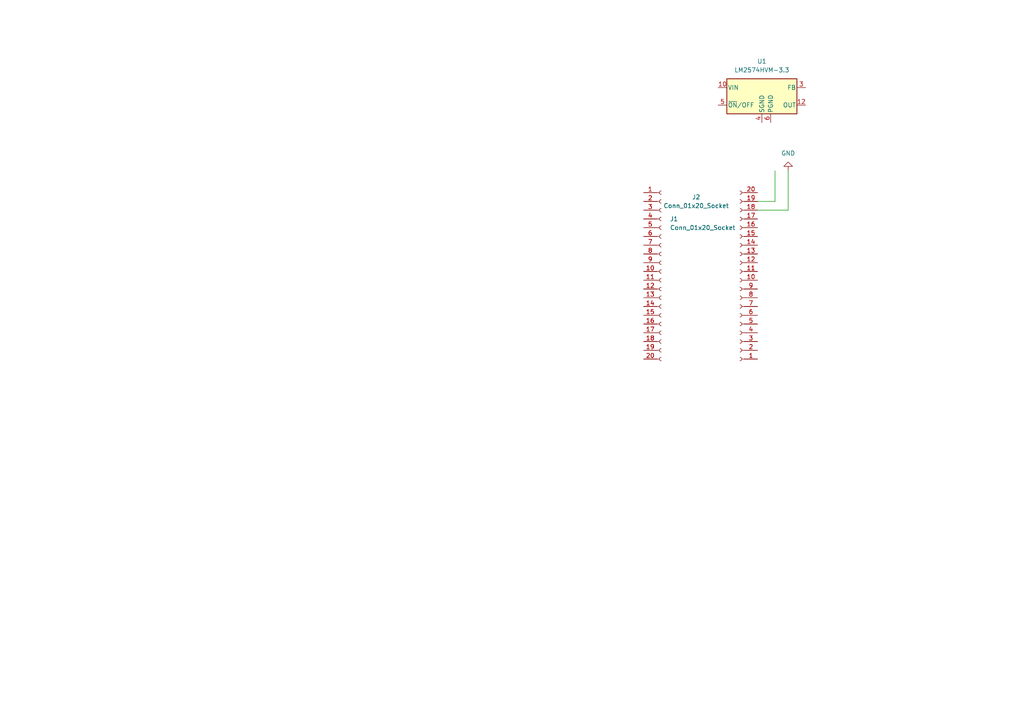
<source format=kicad_sch>
(kicad_sch (version 20230121) (generator eeschema)
  (paper "A4")
  (lib_symbols
    (symbol "Connector:Conn_01x20_Socket" (pin_names (offset 1.016) hide)
      (property "Reference" "J" (at 0 25.4 0))
      (property "Value" "Conn_01x20_Socket" (at 0 -27.94 0))
      (symbol "Conn_01x20_Socket_1_1"
        (arc (start 0 -24.892) (mid -0.5058 -25.4) (end 0 -25.908) (stroke (width 0.1524)))
        (arc (start 0 -22.352) (mid -0.5058 -22.86) (end 0 -23.368) (stroke (width 0.1524)))
        (arc (start 0 -19.812) (mid -0.5058 -20.32) (end 0 -20.828) (stroke (width 0.1524)))
        (arc (start 0 -17.272) (mid -0.5058 -17.78) (end 0 -18.288) (stroke (width 0.1524)))
        (arc (start 0 -14.732) (mid -0.5058 -15.24) (end 0 -15.748) (stroke (width 0.1524)))
        (arc (start 0 -12.192) (mid -0.5058 -12.7) (end 0 -13.208) (stroke (width 0.1524)))
        (arc (start 0 -9.652) (mid -0.5058 -10.16) (end 0 -10.668) (stroke (width 0.1524)))
        (arc (start 0 -7.112) (mid -0.5058 -7.62) (end 0 -8.128) (stroke (width 0.1524)))
        (arc (start 0 -4.572) (mid -0.5058 -5.08) (end 0 -5.588) (stroke (width 0.1524)))
        (arc (start 0 -2.032) (mid -0.5058 -2.54) (end 0 -3.048) (stroke (width 0.1524)))
        (polyline (pts (xy -1.27 -25.4) (xy -0.508 -25.4)) (stroke (width 0.1524)))
        (polyline (pts (xy -1.27 -22.86) (xy -0.508 -22.86)) (stroke (width 0.1524)))
        (polyline (pts (xy -1.27 -20.32) (xy -0.508 -20.32)) (stroke (width 0.1524)))
        (polyline (pts (xy -1.27 -17.78) (xy -0.508 -17.78)) (stroke (width 0.1524)))
        (polyline (pts (xy -1.27 -15.24) (xy -0.508 -15.24)) (stroke (width 0.1524)))
        (polyline (pts (xy -1.27 -12.7) (xy -0.508 -12.7)) (stroke (width 0.1524)))
        (polyline (pts (xy -1.27 -10.16) (xy -0.508 -10.16)) (stroke (width 0.1524)))
        (polyline (pts (xy -1.27 -7.62) (xy -0.508 -7.62)) (stroke (width 0.1524)))
        (polyline (pts (xy -1.27 -5.08) (xy -0.508 -5.08)) (stroke (width 0.1524)))
        (polyline (pts (xy -1.27 -2.54) (xy -0.508 -2.54)) (stroke (width 0.1524)))
        (polyline (pts (xy -1.27 0) (xy -0.508 0)) (stroke (width 0.1524)))
        (polyline (pts (xy -1.27 2.54) (xy -0.508 2.54)) (stroke (width 0.1524)))
        (polyline (pts (xy -1.27 5.08) (xy -0.508 5.08)) (stroke (width 0.1524)))
        (polyline (pts (xy -1.27 7.62) (xy -0.508 7.62)) (stroke (width 0.1524)))
        (polyline (pts (xy -1.27 10.16) (xy -0.508 10.16)) (stroke (width 0.1524)))
        (polyline (pts (xy -1.27 12.7) (xy -0.508 12.7)) (stroke (width 0.1524)))
        (polyline (pts (xy -1.27 15.24) (xy -0.508 15.24)) (stroke (width 0.1524)))
        (polyline (pts (xy -1.27 17.78) (xy -0.508 17.78)) (stroke (width 0.1524)))
        (polyline (pts (xy -1.27 20.32) (xy -0.508 20.32)) (stroke (width 0.1524)))
        (polyline (pts (xy -1.27 22.86) (xy -0.508 22.86)) (stroke (width 0.1524)))
        (arc (start 0 0.508) (mid -0.5058 0) (end 0 -0.508) (stroke (width 0.1524)))
        (arc (start 0 3.048) (mid -0.5058 2.54) (end 0 2.032) (stroke (width 0.1524)))
        (arc (start 0 5.588) (mid -0.5058 5.08) (end 0 4.572) (stroke (width 0.1524)))
        (arc (start 0 8.128) (mid -0.5058 7.62) (end 0 7.112) (stroke (width 0.1524)))
        (arc (start 0 10.668) (mid -0.5058 10.16) (end 0 9.652) (stroke (width 0.1524)))
        (arc (start 0 13.208) (mid -0.5058 12.7) (end 0 12.192) (stroke (width 0.1524)))
        (arc (start 0 15.748) (mid -0.5058 15.24) (end 0 14.732) (stroke (width 0.1524)))
        (arc (start 0 18.288) (mid -0.5058 17.78) (end 0 17.272) (stroke (width 0.1524)))
        (arc (start 0 20.828) (mid -0.5058 20.32) (end 0 19.812) (stroke (width 0.1524)))
        (arc (start 0 23.368) (mid -0.5058 22.86) (end 0 22.352) (stroke (width 0.1524)))
        (pin passive line (at -5.08 22.86 0) (length 3.81) (name "Pin_1") (number "1"))
        (pin passive line (at -5.08 0 0) (length 3.81) (name "Pin_10") (number "10"))
        (pin passive line (at -5.08 -2.54 0) (length 3.81) (name "Pin_11") (number "11"))
        (pin passive line (at -5.08 -5.08 0) (length 3.81) (name "Pin_12") (number "12"))
        (pin passive line (at -5.08 -7.62 0) (length 3.81) (name "Pin_13") (number "13"))
        (pin passive line (at -5.08 -10.16 0) (length 3.81) (name "Pin_14") (number "14"))
        (pin passive line (at -5.08 -12.7 0) (length 3.81) (name "Pin_15") (number "15"))
        (pin passive line (at -5.08 -15.24 0) (length 3.81) (name "Pin_16") (number "16"))
        (pin passive line (at -5.08 -17.78 0) (length 3.81) (name "Pin_17") (number "17"))
        (pin passive line (at -5.08 -20.32 0) (length 3.81) (name "Pin_18") (number "18"))
        (pin passive line (at -5.08 -22.86 0) (length 3.81) (name "Pin_19") (number "19"))
        (pin passive line (at -5.08 20.32 0) (length 3.81) (name "Pin_2") (number "2"))
        (pin passive line (at -5.08 -25.4 0) (length 3.81) (name "Pin_20") (number "20"))
        (pin passive line (at -5.08 17.78 0) (length 3.81) (name "Pin_3") (number "3"))
        (pin passive line (at -5.08 15.24 0) (length 3.81) (name "Pin_4") (number "4"))
        (pin passive line (at -5.08 12.7 0) (length 3.81) (name "Pin_5") (number "5"))
        (pin passive line (at -5.08 10.16 0) (length 3.81) (name "Pin_6") (number "6"))
        (pin passive line (at -5.08 7.62 0) (length 3.81) (name "Pin_7") (number "7"))
        (pin passive line (at -5.08 5.08 0) (length 3.81) (name "Pin_8") (number "8"))
        (pin passive line (at -5.08 2.54 0) (length 3.81) (name "Pin_9") (number "9"))
      )
    )
    (symbol "Regulator_Switching:LM2574HVM-3.3" (pin_names (offset 0.254))
      (property "Reference" "U" (at -10.16 6.35 0))
      (property "Value" "LM2574HVM-3.3" (at -5.08 6.35 0))
      (symbol "LM2574HVM-3.3_0_1"
        (rectangle (start -10.16 5.08) (end 10.16 -5.08) (stroke (width 0.254)) (fill (type background)))
      )
      (symbol "LM2574HVM-3.3_1_1"
        (pin power_in line (at -12.7 2.54 0) (length 2.54) (name "VIN") (number "10"))
        (pin output line (at 12.7 -2.54 180) (length 2.54) (name "OUT") (number "12"))
        (pin input line (at 12.7 2.54 180) (length 2.54) (name "FB") (number "3"))
        (pin power_in line (at 0 -7.62 90) (length 2.54) (name "SGND") (number "4"))
        (pin input line (at -12.7 -2.54 0) (length 2.54) (name "~{ON}/OFF") (number "5"))
        (pin power_in line (at 2.54 -7.62 90) (length 2.54) (name "PGND") (number "6"))
      )
    )
    (symbol "power:GND" (power) (pin_names (offset 0))
      (property "Value" "GND" (at 0 -3.81 0))
      (symbol "GND_0_1"
        (polyline (pts (xy 0 0) (xy 0 -1.27) (xy 1.27 -1.27) (xy 0 -2.54) (xy -1.27 -1.27) (xy 0 -1.27)))
      )
      (symbol "GND_1_1"
        (pin power_in line (at 0 0 270) (length 0) hide (name "GND") (number "1"))
      )
    )
  )
  (wire (pts (xy 224.79 49.53) (xy 224.79 58.42)))
  (wire (pts (xy 219.71 58.42) (xy 224.79 58.42)))
  (wire (pts (xy 219.71 60.96) (xy 228.6 60.96)))
  (wire (pts (xy 228.6 49.53) (xy 228.6 60.96)))
  (symbol (lib_id "power:GND") (at 228.6 49.53 180) (unit 1)
    (property "Reference" "#PWR01" (effects hide))
    (property "Value" "GND" (at 228.6 44.45 0))
  )
  (symbol (lib_id "Regulator_Switching:LM2574HVM-3.3") (at 220.98 27.94 0) (unit 1)
    (property "Reference" "U1" (at 220.98 17.78 0))
    (property "Value" "LM2574HVM-3.3" (at 220.98 20.32 0))
    (property "Footprint" "Package_SO:SOIC-14W_7.5x9mm_P1.27mm" (effects hide))
    (property "Datasheet" "http://www.national.com/ds/LM/LM2574.pdf" (effects hide))
  )
  (symbol (lib_id "Connector:Conn_01x20_Socket") (at 214.63 81.28 180) (unit 1)
    (property "Reference" "J2" (at 201.93 57.15 0))
    (property "Value" "Conn_01x20_Socket" (at 201.93 59.69 0))
    (property "Footprint" "Connector_PinSocket_1.00mm:PinSocket_1x20_P1.00mm_Vertical" (effects hide))
  )
  (symbol (lib_id "Connector:Conn_01x20_Socket") (at 191.77 78.74 0) (unit 1)
    (property "Reference" "J1" (at 194.31 63.5 0) (effects (justify left)))
    (property "Value" "Conn_01x20_Socket" (at 194.31 66.04 0) (effects (justify left)))
    (property "Footprint" "Connector_PinSocket_1.00mm:PinSocket_1x20_P1.00mm_Vertical" (effects hide))
  )
)
</source>
